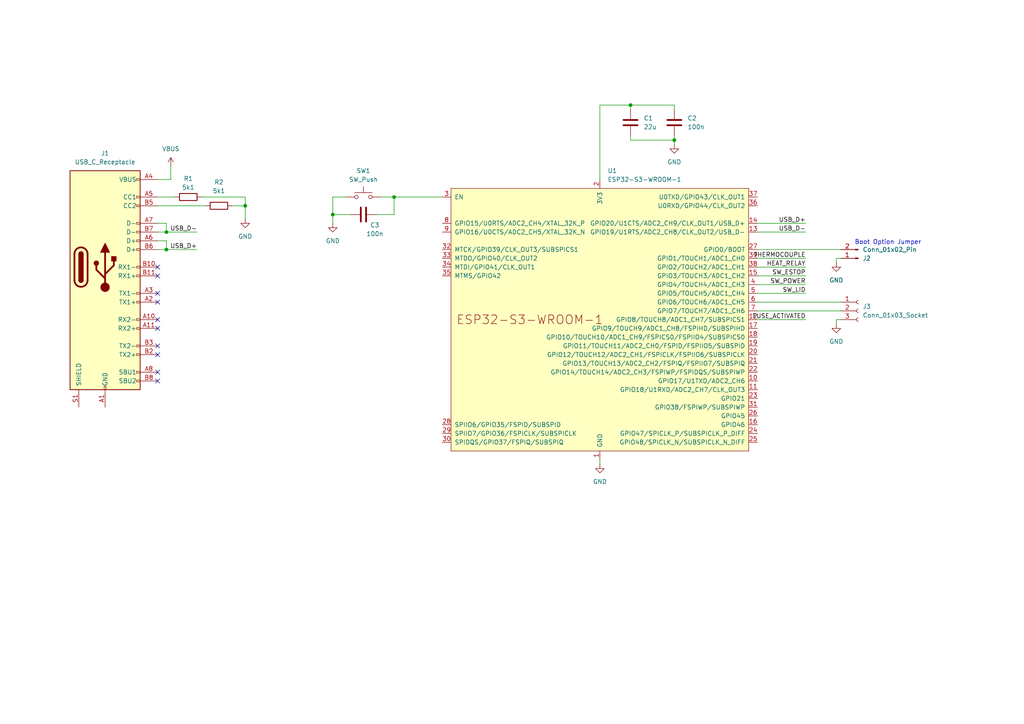
<source format=kicad_sch>
(kicad_sch (version 20250114) (generator "eeschema") (generator_version "9.0")
  (paper "A4")
  (lib_symbols
    (symbol "Connector:Conn_01x02_Pin" (pin_names (offset 1.016) (hide yes))
      (property "Reference" "J" (at 0 2.54 0))
      (property "Value" "Conn_01x02_Pin" (at 0 -5.08 0))
      (symbol "Conn_01x02_Pin_1_1"
        (rectangle (start 0.8636 0.127) (end 0 -0.127) (stroke (width 0.1524)) (fill (type outline)))
        (rectangle (start 0.8636 -2.413) (end 0 -2.667) (stroke (width 0.1524)) (fill (type outline)))
        (polyline (pts (xy 1.27 0) (xy 0.8636 0)) (stroke (width 0.1524)))
        (polyline (pts (xy 1.27 -2.54) (xy 0.8636 -2.54)) (stroke (width 0.1524)))
        (pin passive line (at 5.08 0 180) (length 3.81) (name "Pin_1") (number "1"))
        (pin passive line (at 5.08 -2.54 180) (length 3.81) (name "Pin_2") (number "2"))
      )
    )
    (symbol "Connector:Conn_01x03_Socket" (pin_names (offset 1.016) (hide yes))
      (property "Reference" "J" (at 0 5.08 0))
      (property "Value" "Conn_01x03_Socket" (at 0 -5.08 0))
      (symbol "Conn_01x03_Socket_1_1"
        (polyline (pts (xy -1.27 2.54) (xy -0.508 2.54)) (stroke (width 0.1524)))
        (polyline (pts (xy -1.27 0) (xy -0.508 0)) (stroke (width 0.1524)))
        (polyline (pts (xy -1.27 -2.54) (xy -0.508 -2.54)) (stroke (width 0.1524)))
        (arc (start 0 2.032) (mid -0.5058 2.54) (end 0 3.048) (stroke (width 0.1524)))
        (arc (start 0 -0.508) (mid -0.5058 0) (end 0 0.508) (stroke (width 0.1524)))
        (arc (start 0 -3.048) (mid -0.5058 -2.54) (end 0 -2.032) (stroke (width 0.1524)))
        (pin passive line (at -5.08 2.54 0) (length 3.81) (name "Pin_1") (number "1"))
        (pin passive line (at -5.08 0 0) (length 3.81) (name "Pin_2") (number "2"))
        (pin passive line (at -5.08 -2.54 0) (length 3.81) (name "Pin_3") (number "3"))
      )
    )
    (symbol "Connector:USB_C_Receptacle" (pin_names (offset 1.016))
      (property "Reference" "J" (at -10.16 29.21 0))
      (property "Value" "USB_C_Receptacle" (at 10.16 29.21 0))
      (symbol "USB_C_Receptacle_0_0"
        (rectangle (start -0.254 -35.56) (end 0.254 -34.544))
        (rectangle (start 10.16 25.654) (end 9.144 25.146))
        (rectangle (start 10.16 20.574) (end 9.144 20.066))
        (rectangle (start 10.16 18.034) (end 9.144 17.526))
        (rectangle (start 10.16 12.954) (end 9.144 12.446))
        (rectangle (start 10.16 10.414) (end 9.144 9.906))
        (rectangle (start 10.16 7.874) (end 9.144 7.366))
        (rectangle (start 10.16 5.334) (end 9.144 4.826))
        (rectangle (start 10.16 0.254) (end 9.144 -0.254))
        (rectangle (start 10.16 -2.286) (end 9.144 -2.794))
        (rectangle (start 10.16 -7.366) (end 9.144 -7.874))
        (rectangle (start 10.16 -9.906) (end 9.144 -10.414))
        (rectangle (start 10.16 -14.986) (end 9.144 -15.494))
        (rectangle (start 10.16 -17.526) (end 9.144 -18.034))
        (rectangle (start 10.16 -22.606) (end 9.144 -23.114))
        (rectangle (start 10.16 -25.146) (end 9.144 -25.654))
        (rectangle (start 10.16 -30.226) (end 9.144 -30.734))
        (rectangle (start 10.16 -32.766) (end 9.144 -33.274))
      )
      (symbol "USB_C_Receptacle_0_1"
        (rectangle (start -10.16 27.94) (end 10.16 -35.56) (stroke (width 0.254)) (fill (type background)))
        (polyline (pts (xy -8.89 -3.81) (xy -8.89 3.81)) (stroke (width 0.508)))
        (rectangle (start -7.62 -3.81) (end -6.35 3.81) (stroke (width 0.254)) (fill (type outline)))
        (arc (start -7.62 3.81) (mid -6.985 4.4423) (end -6.35 3.81) (stroke (width 0.254)))
        (arc (start -7.62 3.81) (mid -6.985 4.4423) (end -6.35 3.81) (stroke (width 0.254)) (fill (type outline)))
        (arc (start -8.89 3.81) (mid -6.985 5.7067) (end -5.08 3.81) (stroke (width 0.508)))
        (arc (start -5.08 -3.81) (mid -6.985 -5.7067) (end -8.89 -3.81) (stroke (width 0.508)))
        (arc (start -6.35 -3.81) (mid -6.985 -4.4423) (end -7.62 -3.81) (stroke (width 0.254)))
        (arc (start -6.35 -3.81) (mid -6.985 -4.4423) (end -7.62 -3.81) (stroke (width 0.254)) (fill (type outline)))
        (polyline (pts (xy -5.08 3.81) (xy -5.08 -3.81)) (stroke (width 0.508)))
      )
      (symbol "USB_C_Receptacle_1_1"
        (circle (center -2.54 1.143) (radius 0.635) (stroke (width 0.254)) (fill (type outline)))
        (polyline (pts (xy -1.27 4.318) (xy 0 6.858) (xy 1.27 4.318) (xy -1.27 4.318)) (stroke (width 0.254)) (fill (type outline)))
        (polyline (pts (xy 0 -2.032) (xy 2.54 0.508) (xy 2.54 1.778)) (stroke (width 0.508)))
        (polyline (pts (xy 0 -3.302) (xy -2.54 -0.762) (xy -2.54 0.508)) (stroke (width 0.508)))
        (polyline (pts (xy 0 -5.842) (xy 0 4.318)) (stroke (width 0.508)))
        (circle (center 0 -5.842) (radius 1.27) (fill (type outline)))
        (rectangle (start 1.905 1.778) (end 3.175 3.048) (stroke (width 0.254)) (fill (type outline)))
        (pin passive line (at -7.62 -40.64 90) (length 5.08) (name "SHIELD") (number "S1"))
        (pin passive line (at 0 -40.64 90) (length 5.08) (name "GND") (number "A1"))
        (pin passive line (at 0 -40.64 90) (length 5.08) (hide yes) (name "GND") (number "A12"))
        (pin passive line (at 0 -40.64 90) (length 5.08) (hide yes) (name "GND") (number "B1"))
        (pin passive line (at 0 -40.64 90) (length 5.08) (hide yes) (name "GND") (number "B12"))
        (pin passive line (at 15.24 25.4 180) (length 5.08) (name "VBUS") (number "A4"))
        (pin passive line (at 15.24 25.4 180) (length 5.08) (hide yes) (name "VBUS") (number "A9"))
        (pin passive line (at 15.24 25.4 180) (length 5.08) (hide yes) (name "VBUS") (number "B4"))
        (pin passive line (at 15.24 25.4 180) (length 5.08) (hide yes) (name "VBUS") (number "B9"))
        (pin bidirectional line (at 15.24 20.32 180) (length 5.08) (name "CC1") (number "A5"))
        (pin bidirectional line (at 15.24 17.78 180) (length 5.08) (name "CC2") (number "B5"))
        (pin bidirectional line (at 15.24 12.7 180) (length 5.08) (name "D-") (number "A7"))
        (pin bidirectional line (at 15.24 10.16 180) (length 5.08) (name "D-") (number "B7"))
        (pin bidirectional line (at 15.24 7.62 180) (length 5.08) (name "D+") (number "A6"))
        (pin bidirectional line (at 15.24 5.08 180) (length 5.08) (name "D+") (number "B6"))
        (pin bidirectional line (at 15.24 0 180) (length 5.08) (name "RX1-") (number "B10"))
        (pin bidirectional line (at 15.24 -2.54 180) (length 5.08) (name "RX1+") (number "B11"))
        (pin bidirectional line (at 15.24 -7.62 180) (length 5.08) (name "TX1-") (number "A3"))
        (pin bidirectional line (at 15.24 -10.16 180) (length 5.08) (name "TX1+") (number "A2"))
        (pin bidirectional line (at 15.24 -15.24 180) (length 5.08) (name "RX2-") (number "A10"))
        (pin bidirectional line (at 15.24 -17.78 180) (length 5.08) (name "RX2+") (number "A11"))
        (pin bidirectional line (at 15.24 -22.86 180) (length 5.08) (name "TX2-") (number "B3"))
        (pin bidirectional line (at 15.24 -25.4 180) (length 5.08) (name "TX2+") (number "B2"))
        (pin bidirectional line (at 15.24 -30.48 180) (length 5.08) (name "SBU1") (number "A8"))
        (pin bidirectional line (at 15.24 -33.02 180) (length 5.08) (name "SBU2") (number "B8"))
      )
    )
    (symbol "Device:C" (pin_numbers (hide yes)) (pin_names (offset 0.254))
      (property "Reference" "C" (at 0.635 2.54 0))
      (property "Value" "C" (at 0.635 -2.54 0))
      (symbol "C_0_1"
        (polyline (pts (xy -2.032 0.762) (xy 2.032 0.762)) (stroke (width 0.508)))
        (polyline (pts (xy -2.032 -0.762) (xy 2.032 -0.762)) (stroke (width 0.508)))
      )
      (symbol "C_1_1"
        (pin passive line (at 0 3.81 270) (length 2.794) (name "~") (number "1"))
        (pin passive line (at 0 -3.81 90) (length 2.794) (name "~") (number "2"))
      )
    )
    (symbol "Device:R" (pin_numbers (hide yes)) (pin_names (offset 0))
      (property "Reference" "R" (at 2.032 0 90))
      (property "Value" "R" (at 0 0 90))
      (symbol "R_0_1"
        (rectangle (start -1.016 -2.54) (end 1.016 2.54) (stroke (width 0.254)))
      )
      (symbol "R_1_1"
        (pin passive line (at 0 3.81 270) (length 1.27) (name "~") (number "1"))
        (pin passive line (at 0 -3.81 90) (length 1.27) (name "~") (number "2"))
      )
    )
    (symbol "Espressif:ESP32-S3-WROOM-1" (pin_names (offset 1.016))
      (property "Reference" "U" (at -43.18 43.18 0))
      (property "Value" "ESP32-S3-WROOM-1" (at -43.18 40.64 0))
      (symbol "ESP32-S3-WROOM-1_0_0"
        (text "ESP32-S3-WROOM-1" (at -20.32 0 0) (effects (font (size 2.54 2.54))))
        (pin input line (at -45.72 35.56 0) (length 2.54) (name "EN") (number "3"))
        (pin bidirectional line (at -45.72 27.94 0) (length 2.54) (name "GPIO15/U0RTS/ADC2_CH4/XTAL_32K_P") (number "8"))
        (pin bidirectional line (at -45.72 25.4 0) (length 2.54) (name "GPIO16/U0CTS/ADC2_CH5/XTAL_32K_N") (number "9"))
        (pin bidirectional line (at -45.72 20.32 0) (length 2.54) (name "MTCK/GPIO39/CLK_OUT3/SUBSPICS1") (number "32"))
        (pin bidirectional line (at -45.72 17.78 0) (length 2.54) (name "MTDO/GPIO40/CLK_OUT2") (number "33"))
        (pin bidirectional line (at -45.72 15.24 0) (length 2.54) (name "MTDI/GPIO41/CLK_OUT1") (number "34"))
        (pin bidirectional line (at -45.72 12.7 0) (length 2.54) (name "MTMS/GPIO42") (number "35"))
        (pin bidirectional line (at -45.72 -30.48 0) (length 2.54) (name "SPIIO6/GPIO35/FSPID/SUBSPID") (number "28"))
        (pin bidirectional line (at -45.72 -33.02 0) (length 2.54) (name "SPIIO7/GPIO36/FSPICLK/SUBSPICLK") (number "29"))
        (pin bidirectional line (at -45.72 -35.56 0) (length 2.54) (name "SPIDQS/GPIO37/FSPIQ/SUBSPIQ") (number "30"))
        (pin power_in line (at 0 40.64 270) (length 2.54) (name "3V3") (number "2"))
        (pin power_in line (at 0 -40.64 90) (length 2.54) (name "GND") (number "1"))
        (pin passive line (at 0 -40.64 90) (length 2.54) (hide yes) (name "GND") (number "40"))
        (pin passive line (at 0 -40.64 90) (length 2.54) (hide yes) (name "GND") (number "41"))
        (pin bidirectional line (at 45.72 35.56 180) (length 2.54) (name "U0TXD/GPIO43/CLK_OUT1") (number "37"))
        (pin bidirectional line (at 45.72 33.02 180) (length 2.54) (name "U0RXD/GPIO44/CLK_OUT2") (number "36"))
        (pin bidirectional line (at 45.72 27.94 180) (length 2.54) (name "GPIO20/U1CTS/ADC2_CH9/CLK_OUT1/USB_D+") (number "14"))
        (pin bidirectional line (at 45.72 25.4 180) (length 2.54) (name "GPIO19/U1RTS/ADC2_CH8/CLK_OUT2/USB_D-") (number "13"))
        (pin bidirectional line (at 45.72 20.32 180) (length 2.54) (name "GPIO0/BOOT") (number "27"))
        (pin bidirectional line (at 45.72 17.78 180) (length 2.54) (name "GPIO1/TOUCH1/ADC1_CH0") (number "39"))
        (pin bidirectional line (at 45.72 15.24 180) (length 2.54) (name "GPIO2/TOUCH2/ADC1_CH1") (number "38"))
        (pin bidirectional line (at 45.72 12.7 180) (length 2.54) (name "GPIO3/TOUCH3/ADC1_CH2") (number "15"))
        (pin bidirectional line (at 45.72 10.16 180) (length 2.54) (name "GPIO4/TOUCH4/ADC1_CH3") (number "4"))
        (pin bidirectional line (at 45.72 7.62 180) (length 2.54) (name "GPIO5/TOUCH5/ADC1_CH4") (number "5"))
        (pin bidirectional line (at 45.72 5.08 180) (length 2.54) (name "GPIO6/TOUCH6/ADC1_CH5") (number "6"))
        (pin bidirectional line (at 45.72 2.54 180) (length 2.54) (name "GPIO7/TOUCH7/ADC1_CH6") (number "7"))
        (pin bidirectional line (at 45.72 0 180) (length 2.54) (name "GPIO8/TOUCH8/ADC1_CH7/SUBSPICS1") (number "12"))
        (pin bidirectional line (at 45.72 -2.54 180) (length 2.54) (name "GPIO9/TOUCH9/ADC1_CH8/FSPIHD/SUBSPIHD") (number "17"))
        (pin bidirectional line (at 45.72 -5.08 180) (length 2.54) (name "GPIO10/TOUCH10/ADC1_CH9/FSPICS0/FSPIIO4/SUBSPICS0") (number "18"))
        (pin bidirectional line (at 45.72 -7.62 180) (length 2.54) (name "GPIO11/TOUCH11/ADC2_CH0/FSPID/FSPIIO5/SUBSPID") (number "19"))
        (pin bidirectional line (at 45.72 -10.16 180) (length 2.54) (name "GPIO12/TOUCH12/ADC2_CH1/FSPICLK/FSPIIO6/SUBSPICLK") (number "20"))
        (pin bidirectional line (at 45.72 -12.7 180) (length 2.54) (name "GPIO13/TOUCH13/ADC2_CH2/FSPIQ/FSPIIO7/SUBSPIQ") (number "21"))
        (pin bidirectional line (at 45.72 -15.24 180) (length 2.54) (name "GPIO14/TOUCH14/ADC2_CH3/FSPIWP/FSPIDQS/SUBSPIWP") (number "22"))
        (pin bidirectional line (at 45.72 -17.78 180) (length 2.54) (name "GPIO17/U1TXD/ADC2_CH6") (number "10"))
        (pin bidirectional line (at 45.72 -20.32 180) (length 2.54) (name "GPIO18/U1RXD/ADC2_CH7/CLK_OUT3") (number "11"))
        (pin bidirectional line (at 45.72 -22.86 180) (length 2.54) (name "GPIO21") (number "23"))
        (pin bidirectional line (at 45.72 -25.4 180) (length 2.54) (name "GPIO38/FSPIWP/SUBSPIWP") (number "31"))
        (pin bidirectional line (at 45.72 -27.94 180) (length 2.54) (name "GPIO45") (number "26"))
        (pin bidirectional line (at 45.72 -30.48 180) (length 2.54) (name "GPIO46") (number "16"))
        (pin bidirectional line (at 45.72 -33.02 180) (length 2.54) (name "GPIO47/SPICLK_P/SUBSPICLK_P_DIFF") (number "24"))
        (pin bidirectional line (at 45.72 -35.56 180) (length 2.54) (name "GPIO48/SPICLK_N/SUBSPICLK_N_DIFF") (number "25"))
      )
      (symbol "ESP32-S3-WROOM-1_0_1"
        (rectangle (start -43.18 38.1) (end 43.18 -38.1) (fill (type background)))
      )
    )
    (symbol "Switch:SW_Push" (pin_numbers (hide yes)) (pin_names (offset 1.016) (hide yes))
      (property "Reference" "SW" (at 1.27 2.54 0))
      (property "Value" "SW_Push" (at 0 -1.524 0))
      (symbol "SW_Push_0_1"
        (circle (center -2.032 0) (radius 0.508))
        (polyline (pts (xy 0 1.27) (xy 0 3.048)))
        (circle (center 2.032 0) (radius 0.508))
        (polyline (pts (xy 2.54 1.27) (xy -2.54 1.27)))
        (pin passive line (at -5.08 0 0) (length 2.54) (name "1") (number "1"))
        (pin passive line (at 5.08 0 180) (length 2.54) (name "2") (number "2"))
      )
    )
    (symbol "power:GND" (power) (pin_numbers (hide yes)) (pin_names (offset 0) (hide yes))
      (property "Value" "GND" (at 0 -3.81 0))
      (symbol "GND_0_1"
        (polyline (pts (xy 0 0) (xy 0 -1.27) (xy 1.27 -1.27) (xy 0 -2.54) (xy -1.27 -1.27) (xy 0 -1.27)))
      )
      (symbol "GND_1_1"
        (pin power_in line (at 0 0 270) (length 0) (name "~") (number "1"))
      )
    )
    (symbol "power:VBUS" (power) (pin_numbers (hide yes)) (pin_names (offset 0) (hide yes))
      (property "Value" "VBUS" (at 0 3.556 0))
      (symbol "VBUS_0_1"
        (polyline (pts (xy -0.762 1.27) (xy 0 2.54)))
        (polyline (pts (xy 0 2.54) (xy 0.762 1.27)))
        (polyline (pts (xy 0 0) (xy 0 2.54)))
      )
      (symbol "VBUS_1_1"
        (pin power_in line (at 0 0 90) (length 0) (name "~") (number "1"))
      )
    )
  )
  (text "Boot Option Jumper" (at 257.556 70.358 0) (effects (font (size 1.27 1.27))))
  (junction (at 182.88 30.48))
  (junction (at 71.12 59.69))
  (junction (at 48.26 72.39))
  (junction (at 96.52 62.23))
  (junction (at 195.58 40.64))
  (junction (at 48.26 67.31))
  (junction (at 114.3 57.15))
  (no_connect (at 45.72 102.87))
  (no_connect (at 45.72 85.09))
  (no_connect (at 45.72 110.49))
  (no_connect (at 45.72 100.33))
  (no_connect (at 45.72 95.25))
  (no_connect (at 45.72 87.63))
  (no_connect (at 45.72 80.01))
  (no_connect (at 45.72 92.71))
  (no_connect (at 45.72 77.47))
  (no_connect (at 45.72 107.95))
  (wire (pts (xy 48.26 64.77) (xy 48.26 67.31)))
  (wire (pts (xy 49.53 52.07) (xy 49.53 48.26)))
  (wire (pts (xy 219.71 87.63) (xy 243.84 87.63)))
  (wire (pts (xy 219.71 77.47) (xy 233.68 77.47)))
  (wire (pts (xy 195.58 40.64) (xy 195.58 39.37)))
  (wire (pts (xy 219.71 64.77) (xy 233.68 64.77)))
  (wire (pts (xy 182.88 39.37) (xy 182.88 40.64)))
  (wire (pts (xy 173.99 52.07) (xy 173.99 30.48)))
  (wire (pts (xy 71.12 63.5) (xy 71.12 59.69)))
  (wire (pts (xy 219.71 82.55) (xy 233.68 82.55)))
  (wire (pts (xy 48.26 72.39) (xy 48.26 69.85)))
  (wire (pts (xy 96.52 62.23) (xy 96.52 57.15)))
  (wire (pts (xy 96.52 57.15) (xy 100.33 57.15)))
  (wire (pts (xy 45.72 57.15) (xy 50.8 57.15)))
  (wire (pts (xy 242.57 74.93) (xy 243.84 74.93)))
  (wire (pts (xy 242.57 92.71) (xy 243.84 92.71)))
  (wire (pts (xy 45.72 64.77) (xy 48.26 64.77)))
  (wire (pts (xy 242.57 92.71) (xy 242.57 93.98)))
  (wire (pts (xy 195.58 30.48) (xy 195.58 31.75)))
  (wire (pts (xy 48.26 69.85) (xy 45.72 69.85)))
  (wire (pts (xy 242.57 76.2) (xy 242.57 74.93)))
  (wire (pts (xy 109.22 62.23) (xy 114.3 62.23)))
  (wire (pts (xy 67.31 59.69) (xy 71.12 59.69)))
  (wire (pts (xy 110.49 57.15) (xy 114.3 57.15)))
  (wire (pts (xy 219.71 67.31) (xy 233.68 67.31)))
  (wire (pts (xy 219.71 92.71) (xy 233.68 92.71)))
  (wire (pts (xy 114.3 57.15) (xy 128.27 57.15)))
  (wire (pts (xy 45.72 52.07) (xy 49.53 52.07)))
  (wire (pts (xy 71.12 57.15) (xy 58.42 57.15)))
  (wire (pts (xy 45.72 59.69) (xy 59.69 59.69)))
  (wire (pts (xy 114.3 62.23) (xy 114.3 57.15)))
  (wire (pts (xy 195.58 40.64) (xy 195.58 41.91)))
  (wire (pts (xy 45.72 67.31) (xy 48.26 67.31)))
  (wire (pts (xy 219.71 80.01) (xy 233.68 80.01)))
  (wire (pts (xy 48.26 67.31) (xy 57.15 67.31)))
  (wire (pts (xy 219.71 74.93) (xy 233.68 74.93)))
  (wire (pts (xy 182.88 30.48) (xy 182.88 31.75)))
  (wire (pts (xy 96.52 62.23) (xy 96.52 64.77)))
  (wire (pts (xy 45.72 72.39) (xy 48.26 72.39)))
  (wire (pts (xy 219.71 85.09) (xy 233.68 85.09)))
  (wire (pts (xy 219.71 72.39) (xy 243.84 72.39)))
  (wire (pts (xy 173.99 133.35) (xy 173.99 134.62)))
  (wire (pts (xy 182.88 40.64) (xy 195.58 40.64)))
  (wire (pts (xy 219.71 90.17) (xy 243.84 90.17)))
  (wire (pts (xy 182.88 30.48) (xy 195.58 30.48)))
  (wire (pts (xy 48.26 72.39) (xy 57.15 72.39)))
  (wire (pts (xy 71.12 59.69) (xy 71.12 57.15)))
  (wire (pts (xy 101.6 62.23) (xy 96.52 62.23)))
  (wire (pts (xy 173.99 30.48) (xy 182.88 30.48)))
  (label "SW_ESTOP" (at 233.68 80.01 180))
  (label "USB_D-" (at 57.15 67.31 180))
  (label "THERMOCOUPLE" (at 233.68 74.93 180))
  (label "USB_D+" (at 57.15 72.39 180))
  (label "SW_LID" (at 233.68 85.09 180))
  (label "USB_D+" (at 233.68 64.77 180))
  (label "USB_D-" (at 233.68 67.31 180))
  (label "FUSE_ACTIVATED" (at 233.68 92.71 180))
  (label "HEAT_RELAY" (at 233.68 77.47 180))
  (label "SW_POWER" (at 233.68 82.55 180))
  (symbol (lib_id "power:GND") (at 173.99 134.62 0) (unit 1)
    (property "Reference" "#PWR05" (effects (hide yes)))
    (property "Value" "GND" (at 173.99 139.7 0))
    (property "Description" "Power symbol creates a global label with name \"GND\" , ground" (effects (hide yes)))
  )
  (symbol (lib_id "Device:R") (at 54.61 57.15 90) (unit 1)
    (property "Reference" "R1" (at 54.61 51.816 90))
    (property "Value" "5k1" (at 54.61 54.356 90))
    (property "Description" "Resistor" (effects (hide yes)))
  )
  (symbol (lib_id "power:GND") (at 242.57 76.2 0) (unit 1)
    (property "Reference" "#PWR06" (effects (hide yes)))
    (property "Value" "GND" (at 242.57 81.28 0))
    (property "Description" "Power symbol creates a global label with name \"GND\" , ground" (effects (hide yes)))
  )
  (symbol (lib_id "Connector:Conn_01x03_Socket") (at 248.92 90.17 0) (unit 1)
    (property "Reference" "J3" (at 250.19 88.8999 0) (effects (justify left)))
    (property "Value" "Conn_01x03_Socket" (at 250.19 91.4399 0) (effects (justify left)))
    (property "Description" "Generic connector, single row, 01x03, script generated" (effects (hide yes)))
  )
  (symbol (lib_id "Connector:Conn_01x02_Pin") (at 248.92 74.93 180) (unit 1)
    (property "Reference" "J2" (at 250.19 74.9301 0) (effects (justify right)))
    (property "Value" "Conn_01x02_Pin" (at 250.19 72.3901 0) (effects (justify right)))
    (property "Description" "Generic connector, single row, 01x02, script generated" (effects (hide yes)))
  )
  (symbol (lib_id "Device:C") (at 182.88 35.56 0) (unit 1)
    (property "Reference" "C1" (at 186.69 34.2899 0) (effects (justify left)))
    (property "Value" "22u" (at 186.69 36.8299 0) (effects (justify left)))
    (property "Description" "Unpolarized capacitor" (effects (hide yes)))
  )
  (symbol (lib_id "power:GND") (at 96.52 64.77 0) (unit 1)
    (property "Reference" "#PWR02" (effects (hide yes)))
    (property "Value" "GND" (at 96.52 69.85 0))
    (property "Description" "Power symbol creates a global label with name \"GND\" , ground" (effects (hide yes)))
  )
  (symbol (lib_id "Device:C") (at 105.41 62.23 270) (unit 1)
    (property "Reference" "C3" (at 108.712 65.278 90))
    (property "Value" "100n" (at 108.712 67.818 90))
    (property "Description" "Unpolarized capacitor" (effects (hide yes)))
  )
  (symbol (lib_id "Switch:SW_Push") (at 105.41 57.15 0) (unit 1)
    (property "Reference" "SW1" (at 105.41 49.53 0))
    (property "Value" "SW_Push" (at 105.41 52.07 0))
    (property "Description" "Push button switch, generic, two pins" (effects (hide yes)))
  )
  (symbol (lib_id "power:GND") (at 242.57 93.98 0) (unit 1)
    (property "Reference" "#PWR07" (effects (hide yes)))
    (property "Value" "GND" (at 242.57 99.06 0))
    (property "Description" "Power symbol creates a global label with name \"GND\" , ground" (effects (hide yes)))
  )
  (symbol (lib_id "Espressif:ESP32-S3-WROOM-1") (at 173.99 92.71 0) (unit 1)
    (property "Reference" "U1" (at 176.2328 49.53 0) (effects (justify left)))
    (property "Value" "ESP32-S3-WROOM-1" (at 176.2328 52.07 0) (effects (justify left)))
    (property "Footprint" "PCM_Espressif:ESP32-S3-WROOM-1" (effects (hide yes)))
    (property "Datasheet" "https://www.espressif.com/sites/default/files/documentation/esp32-s3-wroom-1_wroom-1u_datasheet_en.pdf" (effects (hide yes)))
    (property "Description" "2.4 GHz WiFi (802.11 b/g/n) and Bluetooth ® 5 (LE) module Built around ESP32S3 series of SoCs, Xtensa ® dualcore 32bit LX7 microprocessor Flash up to 16 MB, PSRAM up to 8 MB 36 GPIOs, rich set of peripherals Onboard PCB antenna" (effects (hide yes)))
  )
  (symbol (lib_id "power:GND") (at 71.12 63.5 0) (unit 1)
    (property "Reference" "#PWR04" (effects (hide yes)))
    (property "Value" "GND" (at 71.12 68.58 0))
    (property "Description" "Power symbol creates a global label with name \"GND\" , ground" (effects (hide yes)))
  )
  (symbol (lib_id "Device:C") (at 195.58 35.56 0) (unit 1)
    (property "Reference" "C2" (at 199.39 34.2899 0) (effects (justify left)))
    (property "Value" "100n" (at 199.39 36.8299 0) (effects (justify left)))
    (property "Description" "Unpolarized capacitor" (effects (hide yes)))
  )
  (symbol (lib_id "power:VBUS") (at 49.53 48.26 0) (unit 1)
    (property "Reference" "#PWR03" (effects (hide yes)))
    (property "Value" "VBUS" (at 49.53 43.18 0))
    (property "Description" "Power symbol creates a global label with name \"VBUS\"" (effects (hide yes)))
  )
  (symbol (lib_id "Connector:USB_C_Receptacle") (at 30.48 77.47 0) (unit 1)
    (property "Reference" "J1" (at 30.48 44.45 0))
    (property "Value" "USB_C_Receptacle" (at 30.48 46.99 0))
    (property "Datasheet" "https://www.usb.org/sites/default/files/documents/usb_type-c.zip" (effects (hide yes)))
    (property "Description" "USB Full-Featured Type-C Receptacle connector" (effects (hide yes)))
  )
  (symbol (lib_id "power:GND") (at 195.58 41.91 0) (unit 1)
    (property "Reference" "#PWR01" (effects (hide yes)))
    (property "Value" "GND" (at 195.58 46.99 0))
    (property "Description" "Power symbol creates a global label with name \"GND\" , ground" (effects (hide yes)))
  )
  (symbol (lib_id "Device:R") (at 63.5 59.69 90) (unit 1)
    (property "Reference" "R2" (at 63.5 52.832 90))
    (property "Value" "5k1" (at 63.5 55.372 90))
    (property "Description" "Resistor" (effects (hide yes)))
  )
)
</source>
